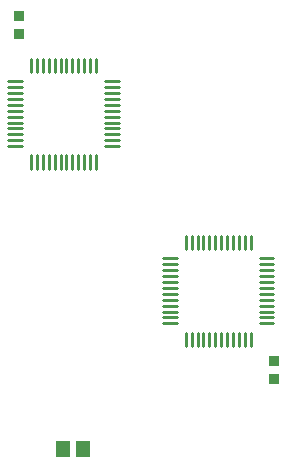
<source format=gbr>
G04 EAGLE Gerber RS-274X export*
G75*
%MOMM*%
%FSLAX34Y34*%
%LPD*%
%INSolderpaste Top*%
%IPPOS*%
%AMOC8*
5,1,8,0,0,1.08239X$1,22.5*%
G01*
G04 Define Apertures*
%ADD10C,0.250000*%
%ADD11R,0.970200X0.920900*%
%ADD12R,1.164600X1.465300*%
D10*
X209500Y372250D02*
X209500Y383750D01*
X204500Y383750D02*
X204500Y372250D01*
X199500Y372250D02*
X199500Y383750D01*
X194500Y383750D02*
X194500Y372250D01*
X189500Y372250D02*
X189500Y383750D01*
X184500Y383750D02*
X184500Y372250D01*
X179500Y372250D02*
X179500Y383750D01*
X174500Y383750D02*
X174500Y372250D01*
X169500Y372250D02*
X169500Y383750D01*
X164500Y383750D02*
X164500Y372250D01*
X159500Y372250D02*
X159500Y383750D01*
X154500Y383750D02*
X154500Y372250D01*
X146750Y364500D02*
X135250Y364500D01*
X135250Y359500D02*
X146750Y359500D01*
X146750Y354500D02*
X135250Y354500D01*
X135250Y349500D02*
X146750Y349500D01*
X146750Y344500D02*
X135250Y344500D01*
X135250Y339500D02*
X146750Y339500D01*
X146750Y334500D02*
X135250Y334500D01*
X135250Y329500D02*
X146750Y329500D01*
X146750Y324500D02*
X135250Y324500D01*
X135250Y319500D02*
X146750Y319500D01*
X146750Y314500D02*
X135250Y314500D01*
X135250Y309500D02*
X146750Y309500D01*
X154500Y301750D02*
X154500Y290250D01*
X159500Y290250D02*
X159500Y301750D01*
X164500Y301750D02*
X164500Y290250D01*
X169500Y290250D02*
X169500Y301750D01*
X174500Y301750D02*
X174500Y290250D01*
X179500Y290250D02*
X179500Y301750D01*
X184500Y301750D02*
X184500Y290250D01*
X189500Y290250D02*
X189500Y301750D01*
X194500Y301750D02*
X194500Y290250D01*
X199500Y290250D02*
X199500Y301750D01*
X204500Y301750D02*
X204500Y290250D01*
X209500Y290250D02*
X209500Y301750D01*
X217250Y309500D02*
X228750Y309500D01*
X228750Y314500D02*
X217250Y314500D01*
X217250Y319500D02*
X228750Y319500D01*
X228750Y324500D02*
X217250Y324500D01*
X217250Y329500D02*
X228750Y329500D01*
X228750Y334500D02*
X217250Y334500D01*
X217250Y339500D02*
X228750Y339500D01*
X228750Y344500D02*
X217250Y344500D01*
X217250Y349500D02*
X228750Y349500D01*
X228750Y354500D02*
X217250Y354500D01*
X217250Y359500D02*
X228750Y359500D01*
X228750Y364500D02*
X217250Y364500D01*
D11*
X144000Y419746D03*
X144000Y404254D03*
D10*
X285500Y151750D02*
X285500Y140250D01*
X290500Y140250D02*
X290500Y151750D01*
X295500Y151750D02*
X295500Y140250D01*
X300500Y140250D02*
X300500Y151750D01*
X305500Y151750D02*
X305500Y140250D01*
X310500Y140250D02*
X310500Y151750D01*
X315500Y151750D02*
X315500Y140250D01*
X320500Y140250D02*
X320500Y151750D01*
X325500Y151750D02*
X325500Y140250D01*
X330500Y140250D02*
X330500Y151750D01*
X335500Y151750D02*
X335500Y140250D01*
X340500Y140250D02*
X340500Y151750D01*
X348250Y159500D02*
X359750Y159500D01*
X359750Y164500D02*
X348250Y164500D01*
X348250Y169500D02*
X359750Y169500D01*
X359750Y174500D02*
X348250Y174500D01*
X348250Y179500D02*
X359750Y179500D01*
X359750Y184500D02*
X348250Y184500D01*
X348250Y189500D02*
X359750Y189500D01*
X359750Y194500D02*
X348250Y194500D01*
X348250Y199500D02*
X359750Y199500D01*
X359750Y204500D02*
X348250Y204500D01*
X348250Y209500D02*
X359750Y209500D01*
X359750Y214500D02*
X348250Y214500D01*
X340500Y222250D02*
X340500Y233750D01*
X335500Y233750D02*
X335500Y222250D01*
X330500Y222250D02*
X330500Y233750D01*
X325500Y233750D02*
X325500Y222250D01*
X320500Y222250D02*
X320500Y233750D01*
X315500Y233750D02*
X315500Y222250D01*
X310500Y222250D02*
X310500Y233750D01*
X305500Y233750D02*
X305500Y222250D01*
X300500Y222250D02*
X300500Y233750D01*
X295500Y233750D02*
X295500Y222250D01*
X290500Y222250D02*
X290500Y233750D01*
X285500Y233750D02*
X285500Y222250D01*
X277750Y214500D02*
X266250Y214500D01*
X266250Y209500D02*
X277750Y209500D01*
X277750Y204500D02*
X266250Y204500D01*
X266250Y199500D02*
X277750Y199500D01*
X277750Y194500D02*
X266250Y194500D01*
X266250Y189500D02*
X277750Y189500D01*
X277750Y184500D02*
X266250Y184500D01*
X266250Y179500D02*
X277750Y179500D01*
X277750Y174500D02*
X266250Y174500D01*
X266250Y169500D02*
X277750Y169500D01*
X277750Y164500D02*
X266250Y164500D01*
X266250Y159500D02*
X277750Y159500D01*
D11*
X360000Y112254D03*
X360000Y127746D03*
D12*
X198754Y53000D03*
X181246Y53000D03*
M02*

</source>
